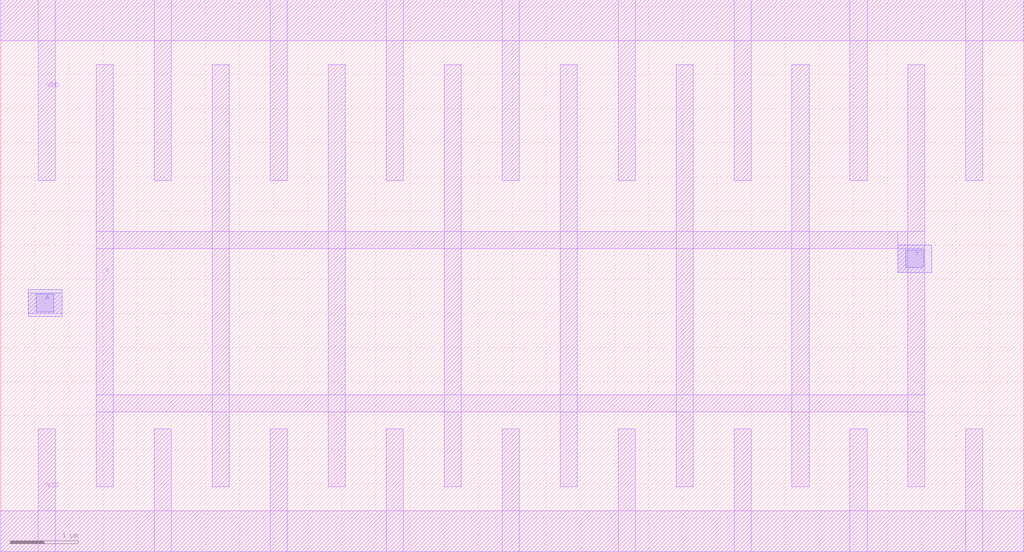
<source format=lef>
# Copyright 2022 Google LLC
# Licensed under the Apache License, Version 2.0 (the "License");
# you may not use this file except in compliance with the License.
# You may obtain a copy of the License at
#
#      http://www.apache.org/licenses/LICENSE-2.0
#
# Unless required by applicable law or agreed to in writing, software
# distributed under the License is distributed on an "AS IS" BASIS,
# WITHOUT WARRANTIES OR CONDITIONS OF ANY KIND, either express or implied.
# See the License for the specific language governing permissions and
# limitations under the License.
VERSION 5.7 ;
BUSBITCHARS "[]" ;
DIVIDERCHAR "/" ;

MACRO gf180mcu_osu_sc_12T_inv_16
  CLASS CORE ;
  ORIGIN 0 0 ;
  FOREIGN gf180mcu_osu_sc_12T_inv_16 0 0 ;
  SIZE 15 BY 8.1 ;
  SYMMETRY X Y ;
  SITE GF180_3p3_12t ;
  PIN VDD
    DIRECTION INOUT ;
    USE POWER ;
    SHAPE ABUTMENT ;
    PORT
      LAYER MET1 ;
        RECT 0 7.5 15 8.1 ;
        RECT 14.15 5.45 14.4 8.1 ;
        RECT 12.45 5.45 12.7 8.1 ;
        RECT 10.75 5.45 11 8.1 ;
        RECT 9.05 5.45 9.3 8.1 ;
        RECT 7.35 5.45 7.6 8.1 ;
        RECT 5.65 5.45 5.9 8.1 ;
        RECT 3.95 5.45 4.2 8.1 ;
        RECT 2.25 5.45 2.5 8.1 ;
        RECT 0.55 5.45 0.8 8.1 ;
    END
  END VDD
  PIN VSS
    DIRECTION INOUT ;
    USE GROUND ;
    PORT
      LAYER MET1 ;
        RECT 0 0 15 0.6 ;
        RECT 14.15 0 14.4 1.8 ;
        RECT 12.45 0 12.7 1.8 ;
        RECT 10.75 0 11 1.8 ;
        RECT 9.05 0 9.3 1.8 ;
        RECT 7.35 0 7.6 1.8 ;
        RECT 5.65 0 5.9 1.8 ;
        RECT 3.95 0 4.2 1.8 ;
        RECT 2.25 0 2.5 1.8 ;
        RECT 0.55 0 0.8 1.8 ;
    END
  END VSS
  PIN A
    DIRECTION INPUT ;
    USE SIGNAL ;
    PORT
      LAYER MET1 ;
        RECT 0.4 3.5 0.9 3.8 ;
      LAYER MET2 ;
        RECT 0.4 3.45 0.9 3.85 ;
      LAYER VIA12 ;
        RECT 0.52 3.52 0.78 3.78 ;
    END
  END A
  PIN Y
    DIRECTION OUTPUT ;
    USE SIGNAL ;
    PORT
      LAYER MET1 ;
        RECT 13.3 0.95 13.55 7.15 ;
        RECT 1.4 4.45 13.55 4.7 ;
        RECT 13.15 4.1 13.55 4.7 ;
        RECT 1.4 2.05 13.55 2.3 ;
        RECT 11.6 0.95 11.85 7.15 ;
        RECT 9.9 0.95 10.15 7.15 ;
        RECT 8.2 0.95 8.45 7.15 ;
        RECT 6.5 0.95 6.75 7.15 ;
        RECT 4.8 0.95 5.05 7.15 ;
        RECT 3.1 0.95 3.35 7.15 ;
        RECT 1.4 0.95 1.65 7.15 ;
      LAYER MET2 ;
        RECT 13.15 4.1 13.65 4.5 ;
      LAYER VIA12 ;
        RECT 13.27 4.17 13.53 4.43 ;
    END
  END Y
END gf180mcu_osu_sc_12T_inv_16

</source>
